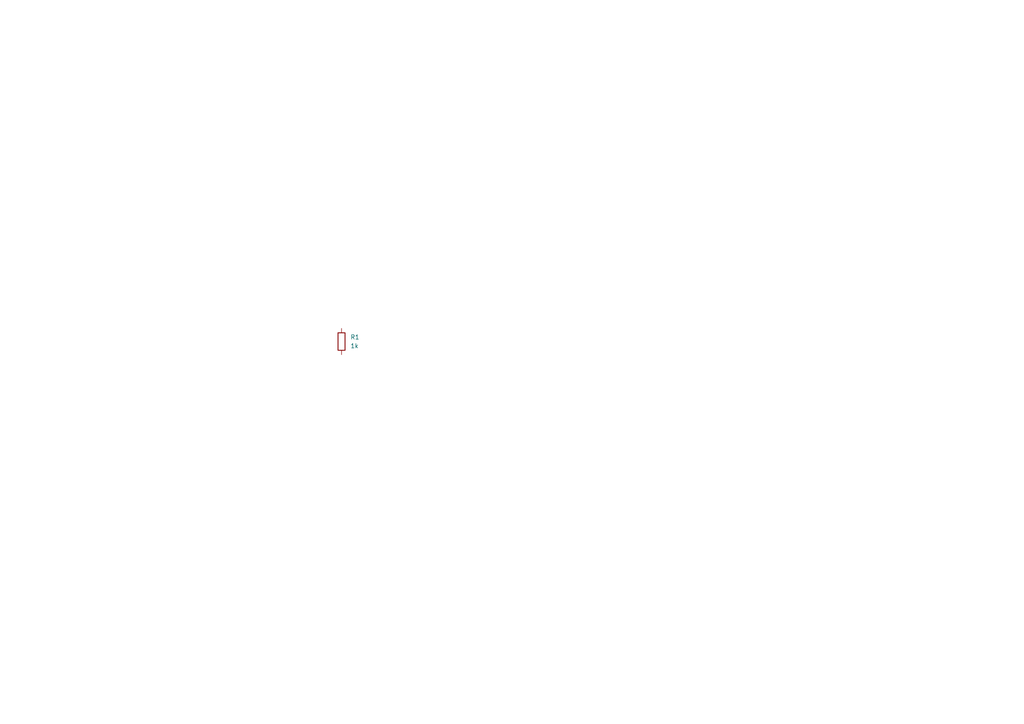
<source format=kicad_sch>
(kicad_sch (version 20250114) (generator "kicad_api") (generator_version "9.0")
  (paper "A4")
  (lib_symbols
    (symbol "Device:R" (pin_numbers (hide yes)) (pin_names (offset 0))
      (property "Reference" "R" (at 2.032 0 90))
      (property "Value" "R" (at 0 0 90))
      (symbol "R_0_1"
        (rectangle (start -1.016 -2.54) (end 1.016 2.54) (stroke (width 0.254)))
      )
      (symbol "R_1_1"
        (pin passive line (at 0.0 3.81 270) (length 1.27) (name "~") (number "1"))
        (pin passive line (at 0.0 -3.81 90) (length 1.27) (name "~") (number "2"))
      )
    )
  )
  (title_block (title test_circuit) (date 2025-08-04) (company Circuit-Synth))
  (symbol (lib_id "Device:R") (at 99.06 99.06 0)
    (property "Reference" "R1" (at 101.60000000000001 97.79 0) (effects (justify left)))
    (property "Value" "1k" (at 101.60000000000001 100.33 0) (effects (justify left)))
    (property "Footprint" "Resistor_SMD:R_0603_1608Metric" (effects (hide yes)))
    (instances (project "debug_test" (path "" (reference "R1") (unit 1))))
  )
)
</source>
